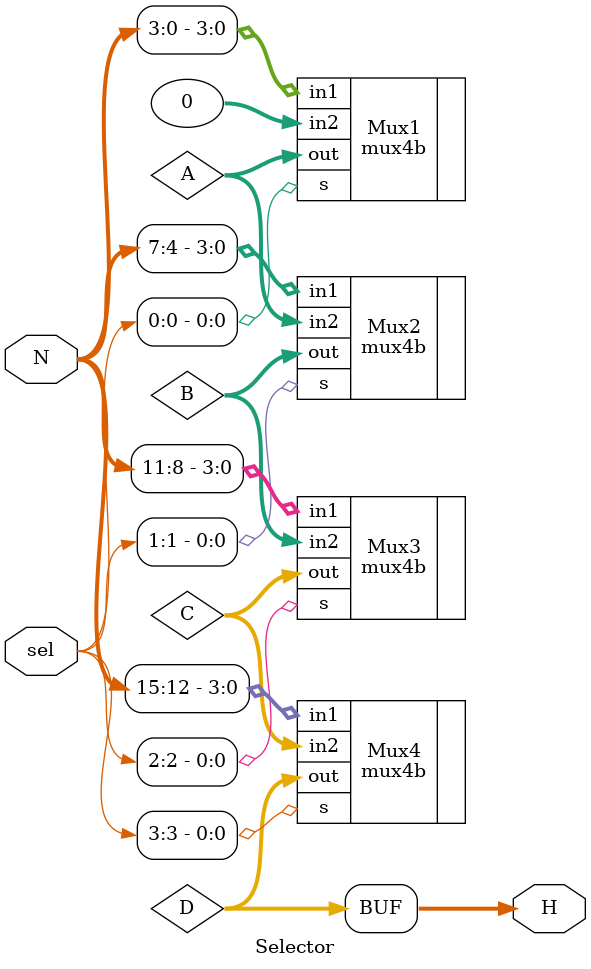
<source format=v>
`timescale 1ns / 1ps


module Selector(    
    input [3:0] sel,
    input [15:0] N,
    output [3:0] H
    );
    
    wire [3:0] A;
    wire [3:0] B;
    wire [3:0] C;
    wire [3:0] D;
    
    mux4b Mux1 ( .s(sel[0]), .in1(N[3:0]), .in2(0), .out(A));
    mux4b Mux2 ( .s(sel[1]), .in1(N[7:4]), .in2(A), .out(B));
    mux4b Mux3 ( .s(sel[2]), .in1(N[11:8]), .in2(B), .out(C));
    mux4b Mux4 ( .s(sel[3]), .in1(N[15:12]), .in2(C), .out(D));
    assign H = D; 
endmodule

</source>
